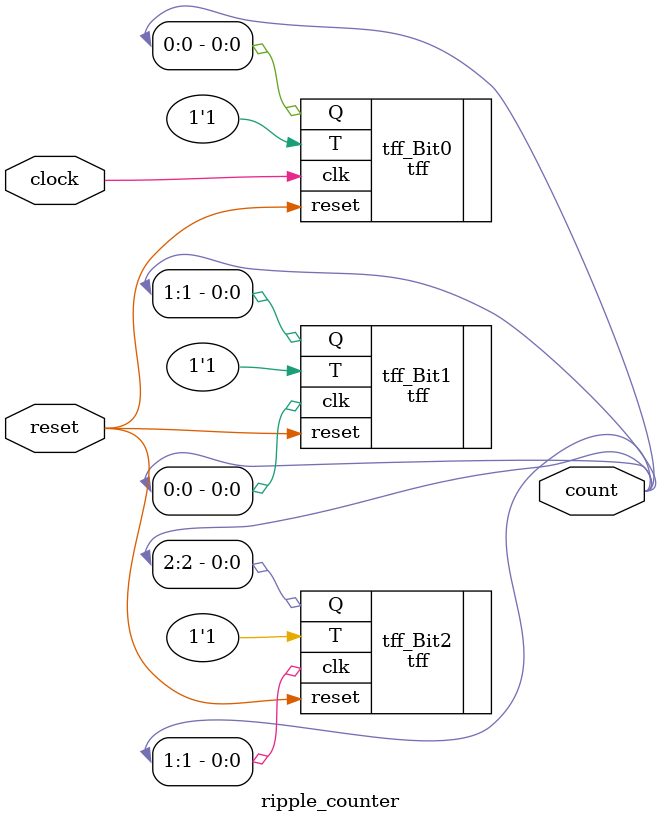
<source format=v>
`timescale 1ns / 1ps
module ripple_counter(
    input clock,
    input reset,
    output [2:0] count
    );
    
    tff tff_Bit0(
        .T(1'b1),
        .clk(clock),
        .reset(reset),
        .Q(count[0])
    );
    
    tff tff_Bit1(
        .T(1'b1),
        .clk(count[0]),
        .reset(reset),
        .Q(count[1])
    );
    
    tff tff_Bit2(
        .T(1'b1),
        .clk(count[1]),
        .reset(reset),
        .Q(count[2])
    );
endmodule

</source>
